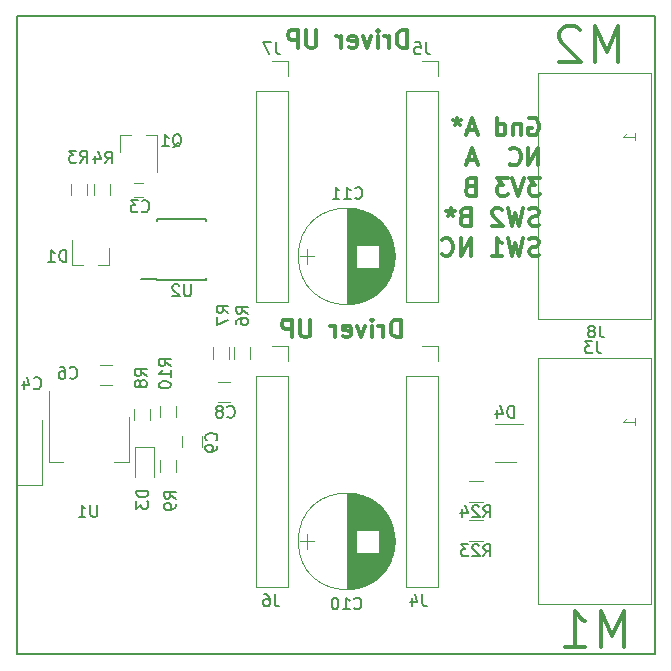
<source format=gbr>
G04 #@! TF.FileFunction,Legend,Bot*
%FSLAX46Y46*%
G04 Gerber Fmt 4.6, Leading zero omitted, Abs format (unit mm)*
G04 Created by KiCad (PCBNEW 4.0.7) date Mon Jan 29 08:29:15 2018*
%MOMM*%
%LPD*%
G01*
G04 APERTURE LIST*
%ADD10C,0.100000*%
%ADD11C,0.300000*%
%ADD12C,0.150000*%
%ADD13C,0.120000*%
G04 APERTURE END LIST*
D10*
D11*
X70499999Y-57178571D02*
X70499999Y-55678571D01*
X70142856Y-55678571D01*
X69928571Y-55750000D01*
X69785713Y-55892857D01*
X69714285Y-56035714D01*
X69642856Y-56321429D01*
X69642856Y-56535714D01*
X69714285Y-56821429D01*
X69785713Y-56964286D01*
X69928571Y-57107143D01*
X70142856Y-57178571D01*
X70499999Y-57178571D01*
X68999999Y-57178571D02*
X68999999Y-56178571D01*
X68999999Y-56464286D02*
X68928571Y-56321429D01*
X68857142Y-56250000D01*
X68714285Y-56178571D01*
X68571428Y-56178571D01*
X68071428Y-57178571D02*
X68071428Y-56178571D01*
X68071428Y-55678571D02*
X68142857Y-55750000D01*
X68071428Y-55821429D01*
X68000000Y-55750000D01*
X68071428Y-55678571D01*
X68071428Y-55821429D01*
X67499999Y-56178571D02*
X67142856Y-57178571D01*
X66785714Y-56178571D01*
X65642857Y-57107143D02*
X65785714Y-57178571D01*
X66071428Y-57178571D01*
X66214285Y-57107143D01*
X66285714Y-56964286D01*
X66285714Y-56392857D01*
X66214285Y-56250000D01*
X66071428Y-56178571D01*
X65785714Y-56178571D01*
X65642857Y-56250000D01*
X65571428Y-56392857D01*
X65571428Y-56535714D01*
X66285714Y-56678571D01*
X64928571Y-57178571D02*
X64928571Y-56178571D01*
X64928571Y-56464286D02*
X64857143Y-56321429D01*
X64785714Y-56250000D01*
X64642857Y-56178571D01*
X64500000Y-56178571D01*
X62857143Y-55678571D02*
X62857143Y-56892857D01*
X62785715Y-57035714D01*
X62714286Y-57107143D01*
X62571429Y-57178571D01*
X62285715Y-57178571D01*
X62142857Y-57107143D01*
X62071429Y-57035714D01*
X62000000Y-56892857D01*
X62000000Y-55678571D01*
X61285714Y-57178571D02*
X61285714Y-55678571D01*
X60714286Y-55678571D01*
X60571428Y-55750000D01*
X60500000Y-55821429D01*
X60428571Y-55964286D01*
X60428571Y-56178571D01*
X60500000Y-56321429D01*
X60571428Y-56392857D01*
X60714286Y-56464286D01*
X61285714Y-56464286D01*
X70999999Y-32678571D02*
X70999999Y-31178571D01*
X70642856Y-31178571D01*
X70428571Y-31250000D01*
X70285713Y-31392857D01*
X70214285Y-31535714D01*
X70142856Y-31821429D01*
X70142856Y-32035714D01*
X70214285Y-32321429D01*
X70285713Y-32464286D01*
X70428571Y-32607143D01*
X70642856Y-32678571D01*
X70999999Y-32678571D01*
X69499999Y-32678571D02*
X69499999Y-31678571D01*
X69499999Y-31964286D02*
X69428571Y-31821429D01*
X69357142Y-31750000D01*
X69214285Y-31678571D01*
X69071428Y-31678571D01*
X68571428Y-32678571D02*
X68571428Y-31678571D01*
X68571428Y-31178571D02*
X68642857Y-31250000D01*
X68571428Y-31321429D01*
X68500000Y-31250000D01*
X68571428Y-31178571D01*
X68571428Y-31321429D01*
X67999999Y-31678571D02*
X67642856Y-32678571D01*
X67285714Y-31678571D01*
X66142857Y-32607143D02*
X66285714Y-32678571D01*
X66571428Y-32678571D01*
X66714285Y-32607143D01*
X66785714Y-32464286D01*
X66785714Y-31892857D01*
X66714285Y-31750000D01*
X66571428Y-31678571D01*
X66285714Y-31678571D01*
X66142857Y-31750000D01*
X66071428Y-31892857D01*
X66071428Y-32035714D01*
X66785714Y-32178571D01*
X65428571Y-32678571D02*
X65428571Y-31678571D01*
X65428571Y-31964286D02*
X65357143Y-31821429D01*
X65285714Y-31750000D01*
X65142857Y-31678571D01*
X65000000Y-31678571D01*
X63357143Y-31178571D02*
X63357143Y-32392857D01*
X63285715Y-32535714D01*
X63214286Y-32607143D01*
X63071429Y-32678571D01*
X62785715Y-32678571D01*
X62642857Y-32607143D01*
X62571429Y-32535714D01*
X62500000Y-32392857D01*
X62500000Y-31178571D01*
X61785714Y-32678571D02*
X61785714Y-31178571D01*
X61214286Y-31178571D01*
X61071428Y-31250000D01*
X61000000Y-31321429D01*
X60928571Y-31464286D01*
X60928571Y-31678571D01*
X61000000Y-31821429D01*
X61071428Y-31892857D01*
X61214286Y-31964286D01*
X61785714Y-31964286D01*
X81357143Y-38650000D02*
X81500000Y-38578571D01*
X81714286Y-38578571D01*
X81928571Y-38650000D01*
X82071429Y-38792857D01*
X82142857Y-38935714D01*
X82214286Y-39221429D01*
X82214286Y-39435714D01*
X82142857Y-39721429D01*
X82071429Y-39864286D01*
X81928571Y-40007143D01*
X81714286Y-40078571D01*
X81571429Y-40078571D01*
X81357143Y-40007143D01*
X81285714Y-39935714D01*
X81285714Y-39435714D01*
X81571429Y-39435714D01*
X80642857Y-39078571D02*
X80642857Y-40078571D01*
X80642857Y-39221429D02*
X80571429Y-39150000D01*
X80428571Y-39078571D01*
X80214286Y-39078571D01*
X80071429Y-39150000D01*
X80000000Y-39292857D01*
X80000000Y-40078571D01*
X78642857Y-40078571D02*
X78642857Y-38578571D01*
X78642857Y-40007143D02*
X78785714Y-40078571D01*
X79071428Y-40078571D01*
X79214286Y-40007143D01*
X79285714Y-39935714D01*
X79357143Y-39792857D01*
X79357143Y-39364286D01*
X79285714Y-39221429D01*
X79214286Y-39150000D01*
X79071428Y-39078571D01*
X78785714Y-39078571D01*
X78642857Y-39150000D01*
X76857143Y-39650000D02*
X76142857Y-39650000D01*
X77000000Y-40078571D02*
X76500000Y-38578571D01*
X76000000Y-40078571D01*
X75285714Y-38578571D02*
X75285714Y-38935714D01*
X75642857Y-38792857D02*
X75285714Y-38935714D01*
X74928572Y-38792857D01*
X75500000Y-39221429D02*
X75285714Y-38935714D01*
X75071429Y-39221429D01*
X82142857Y-42628571D02*
X82142857Y-41128571D01*
X81285714Y-42628571D01*
X81285714Y-41128571D01*
X79714285Y-42485714D02*
X79785714Y-42557143D01*
X80000000Y-42628571D01*
X80142857Y-42628571D01*
X80357142Y-42557143D01*
X80500000Y-42414286D01*
X80571428Y-42271429D01*
X80642857Y-41985714D01*
X80642857Y-41771429D01*
X80571428Y-41485714D01*
X80500000Y-41342857D01*
X80357142Y-41200000D01*
X80142857Y-41128571D01*
X80000000Y-41128571D01*
X79785714Y-41200000D01*
X79714285Y-41271429D01*
X76857143Y-42200000D02*
X76142857Y-42200000D01*
X77000000Y-42628571D02*
X76500000Y-41128571D01*
X76000000Y-42628571D01*
X82285714Y-43678571D02*
X81357143Y-43678571D01*
X81857143Y-44250000D01*
X81642857Y-44250000D01*
X81500000Y-44321429D01*
X81428571Y-44392857D01*
X81357143Y-44535714D01*
X81357143Y-44892857D01*
X81428571Y-45035714D01*
X81500000Y-45107143D01*
X81642857Y-45178571D01*
X82071429Y-45178571D01*
X82214286Y-45107143D01*
X82285714Y-45035714D01*
X80928572Y-43678571D02*
X80428572Y-45178571D01*
X79928572Y-43678571D01*
X79571429Y-43678571D02*
X78642858Y-43678571D01*
X79142858Y-44250000D01*
X78928572Y-44250000D01*
X78785715Y-44321429D01*
X78714286Y-44392857D01*
X78642858Y-44535714D01*
X78642858Y-44892857D01*
X78714286Y-45035714D01*
X78785715Y-45107143D01*
X78928572Y-45178571D01*
X79357144Y-45178571D01*
X79500001Y-45107143D01*
X79571429Y-45035714D01*
X76357144Y-44392857D02*
X76142858Y-44464286D01*
X76071430Y-44535714D01*
X76000001Y-44678571D01*
X76000001Y-44892857D01*
X76071430Y-45035714D01*
X76142858Y-45107143D01*
X76285716Y-45178571D01*
X76857144Y-45178571D01*
X76857144Y-43678571D01*
X76357144Y-43678571D01*
X76214287Y-43750000D01*
X76142858Y-43821429D01*
X76071430Y-43964286D01*
X76071430Y-44107143D01*
X76142858Y-44250000D01*
X76214287Y-44321429D01*
X76357144Y-44392857D01*
X76857144Y-44392857D01*
X82214286Y-47657143D02*
X82000000Y-47728571D01*
X81642857Y-47728571D01*
X81500000Y-47657143D01*
X81428571Y-47585714D01*
X81357143Y-47442857D01*
X81357143Y-47300000D01*
X81428571Y-47157143D01*
X81500000Y-47085714D01*
X81642857Y-47014286D01*
X81928571Y-46942857D01*
X82071429Y-46871429D01*
X82142857Y-46800000D01*
X82214286Y-46657143D01*
X82214286Y-46514286D01*
X82142857Y-46371429D01*
X82071429Y-46300000D01*
X81928571Y-46228571D01*
X81571429Y-46228571D01*
X81357143Y-46300000D01*
X80857143Y-46228571D02*
X80500000Y-47728571D01*
X80214286Y-46657143D01*
X79928572Y-47728571D01*
X79571429Y-46228571D01*
X79071429Y-46371429D02*
X79000000Y-46300000D01*
X78857143Y-46228571D01*
X78500000Y-46228571D01*
X78357143Y-46300000D01*
X78285714Y-46371429D01*
X78214286Y-46514286D01*
X78214286Y-46657143D01*
X78285714Y-46871429D01*
X79142857Y-47728571D01*
X78214286Y-47728571D01*
X75928572Y-46942857D02*
X75714286Y-47014286D01*
X75642858Y-47085714D01*
X75571429Y-47228571D01*
X75571429Y-47442857D01*
X75642858Y-47585714D01*
X75714286Y-47657143D01*
X75857144Y-47728571D01*
X76428572Y-47728571D01*
X76428572Y-46228571D01*
X75928572Y-46228571D01*
X75785715Y-46300000D01*
X75714286Y-46371429D01*
X75642858Y-46514286D01*
X75642858Y-46657143D01*
X75714286Y-46800000D01*
X75785715Y-46871429D01*
X75928572Y-46942857D01*
X76428572Y-46942857D01*
X74714286Y-46228571D02*
X74714286Y-46585714D01*
X75071429Y-46442857D02*
X74714286Y-46585714D01*
X74357144Y-46442857D01*
X74928572Y-46871429D02*
X74714286Y-46585714D01*
X74500001Y-46871429D01*
X82214286Y-50207143D02*
X82000000Y-50278571D01*
X81642857Y-50278571D01*
X81500000Y-50207143D01*
X81428571Y-50135714D01*
X81357143Y-49992857D01*
X81357143Y-49850000D01*
X81428571Y-49707143D01*
X81500000Y-49635714D01*
X81642857Y-49564286D01*
X81928571Y-49492857D01*
X82071429Y-49421429D01*
X82142857Y-49350000D01*
X82214286Y-49207143D01*
X82214286Y-49064286D01*
X82142857Y-48921429D01*
X82071429Y-48850000D01*
X81928571Y-48778571D01*
X81571429Y-48778571D01*
X81357143Y-48850000D01*
X80857143Y-48778571D02*
X80500000Y-50278571D01*
X80214286Y-49207143D01*
X79928572Y-50278571D01*
X79571429Y-48778571D01*
X78214286Y-50278571D02*
X79071429Y-50278571D01*
X78642857Y-50278571D02*
X78642857Y-48778571D01*
X78785714Y-48992857D01*
X78928572Y-49135714D01*
X79071429Y-49207143D01*
X76428572Y-50278571D02*
X76428572Y-48778571D01*
X75571429Y-50278571D01*
X75571429Y-48778571D01*
X74000000Y-50135714D02*
X74071429Y-50207143D01*
X74285715Y-50278571D01*
X74428572Y-50278571D01*
X74642857Y-50207143D01*
X74785715Y-50064286D01*
X74857143Y-49921429D01*
X74928572Y-49635714D01*
X74928572Y-49421429D01*
X74857143Y-49135714D01*
X74785715Y-48992857D01*
X74642857Y-48850000D01*
X74428572Y-48778571D01*
X74285715Y-48778571D01*
X74071429Y-48850000D01*
X74000000Y-48921429D01*
X89428571Y-83357143D02*
X89428571Y-80357143D01*
X88428571Y-82500000D01*
X87428571Y-80357143D01*
X87428571Y-83357143D01*
X84428572Y-83357143D02*
X86142857Y-83357143D01*
X85285715Y-83357143D02*
X85285715Y-80357143D01*
X85571429Y-80785714D01*
X85857143Y-81071429D01*
X86142857Y-81214286D01*
X88928571Y-33857143D02*
X88928571Y-30857143D01*
X87928571Y-33000000D01*
X86928571Y-30857143D01*
X86928571Y-33857143D01*
X85642857Y-31142857D02*
X85500000Y-31000000D01*
X85214286Y-30857143D01*
X84500000Y-30857143D01*
X84214286Y-31000000D01*
X84071429Y-31142857D01*
X83928572Y-31428571D01*
X83928572Y-31714286D01*
X84071429Y-32142857D01*
X85785715Y-33857143D01*
X83928572Y-33857143D01*
D12*
X92000000Y-84000000D02*
X92000000Y-82000000D01*
X38000000Y-84000000D02*
X92000000Y-84000000D01*
X38000000Y-82000000D02*
X38000000Y-84000000D01*
X92000000Y-30000000D02*
X92000000Y-82000000D01*
X82000000Y-30000000D02*
X92000000Y-30000000D01*
X38000000Y-82000000D02*
X38000000Y-30000000D01*
X38000000Y-30000000D02*
X82000000Y-30000000D01*
D13*
X82095000Y-34830000D02*
X82095000Y-55650000D01*
X82095000Y-55650000D02*
X91695000Y-55650000D01*
X91695000Y-55650000D02*
X91695000Y-34830000D01*
X91695000Y-34830000D02*
X82095000Y-34830000D01*
X82095000Y-58960000D02*
X82095000Y-79780000D01*
X82095000Y-79780000D02*
X91695000Y-79780000D01*
X91695000Y-79780000D02*
X91695000Y-58960000D01*
X91695000Y-58960000D02*
X82095000Y-58960000D01*
X47506000Y-67724000D02*
X46246000Y-67724000D01*
X40686000Y-67724000D02*
X41946000Y-67724000D01*
X47506000Y-63964000D02*
X47506000Y-67724000D01*
X40686000Y-61714000D02*
X40686000Y-67724000D01*
X47937000Y-45332000D02*
X48637000Y-45332000D01*
X48637000Y-44132000D02*
X47937000Y-44132000D01*
X56026000Y-62663500D02*
X55026000Y-62663500D01*
X55026000Y-60963500D02*
X56026000Y-60963500D01*
X52009000Y-66504500D02*
X52009000Y-65504500D01*
X53709000Y-65504500D02*
X53709000Y-66504500D01*
X70002000Y-74450000D02*
G75*
G03X70002000Y-74450000I-4090000J0D01*
G01*
X65912000Y-78500000D02*
X65912000Y-70400000D01*
X65952000Y-78500000D02*
X65952000Y-70400000D01*
X65992000Y-78500000D02*
X65992000Y-70400000D01*
X66032000Y-78499000D02*
X66032000Y-70401000D01*
X66072000Y-78497000D02*
X66072000Y-70403000D01*
X66112000Y-78496000D02*
X66112000Y-70404000D01*
X66152000Y-78493000D02*
X66152000Y-70407000D01*
X66192000Y-78491000D02*
X66192000Y-70409000D01*
X66232000Y-78488000D02*
X66232000Y-70412000D01*
X66272000Y-78485000D02*
X66272000Y-70415000D01*
X66312000Y-78481000D02*
X66312000Y-70419000D01*
X66352000Y-78477000D02*
X66352000Y-70423000D01*
X66392000Y-78472000D02*
X66392000Y-70428000D01*
X66432000Y-78467000D02*
X66432000Y-70433000D01*
X66472000Y-78462000D02*
X66472000Y-70438000D01*
X66512000Y-78456000D02*
X66512000Y-70444000D01*
X66552000Y-78450000D02*
X66552000Y-70450000D01*
X66592000Y-78444000D02*
X66592000Y-70456000D01*
X66633000Y-78437000D02*
X66633000Y-70463000D01*
X66673000Y-78429000D02*
X66673000Y-70471000D01*
X66713000Y-78421000D02*
X66713000Y-75430000D01*
X66713000Y-73470000D02*
X66713000Y-70479000D01*
X66753000Y-78413000D02*
X66753000Y-75430000D01*
X66753000Y-73470000D02*
X66753000Y-70487000D01*
X66793000Y-78405000D02*
X66793000Y-75430000D01*
X66793000Y-73470000D02*
X66793000Y-70495000D01*
X66833000Y-78396000D02*
X66833000Y-75430000D01*
X66833000Y-73470000D02*
X66833000Y-70504000D01*
X66873000Y-78386000D02*
X66873000Y-75430000D01*
X66873000Y-73470000D02*
X66873000Y-70514000D01*
X66913000Y-78376000D02*
X66913000Y-75430000D01*
X66913000Y-73470000D02*
X66913000Y-70524000D01*
X66953000Y-78366000D02*
X66953000Y-75430000D01*
X66953000Y-73470000D02*
X66953000Y-70534000D01*
X66993000Y-78355000D02*
X66993000Y-75430000D01*
X66993000Y-73470000D02*
X66993000Y-70545000D01*
X67033000Y-78344000D02*
X67033000Y-75430000D01*
X67033000Y-73470000D02*
X67033000Y-70556000D01*
X67073000Y-78333000D02*
X67073000Y-75430000D01*
X67073000Y-73470000D02*
X67073000Y-70567000D01*
X67113000Y-78320000D02*
X67113000Y-75430000D01*
X67113000Y-73470000D02*
X67113000Y-70580000D01*
X67153000Y-78308000D02*
X67153000Y-75430000D01*
X67153000Y-73470000D02*
X67153000Y-70592000D01*
X67193000Y-78295000D02*
X67193000Y-75430000D01*
X67193000Y-73470000D02*
X67193000Y-70605000D01*
X67233000Y-78282000D02*
X67233000Y-75430000D01*
X67233000Y-73470000D02*
X67233000Y-70618000D01*
X67273000Y-78268000D02*
X67273000Y-75430000D01*
X67273000Y-73470000D02*
X67273000Y-70632000D01*
X67313000Y-78253000D02*
X67313000Y-75430000D01*
X67313000Y-73470000D02*
X67313000Y-70647000D01*
X67353000Y-78239000D02*
X67353000Y-75430000D01*
X67353000Y-73470000D02*
X67353000Y-70661000D01*
X67393000Y-78223000D02*
X67393000Y-75430000D01*
X67393000Y-73470000D02*
X67393000Y-70677000D01*
X67433000Y-78208000D02*
X67433000Y-75430000D01*
X67433000Y-73470000D02*
X67433000Y-70692000D01*
X67473000Y-78191000D02*
X67473000Y-75430000D01*
X67473000Y-73470000D02*
X67473000Y-70709000D01*
X67513000Y-78175000D02*
X67513000Y-75430000D01*
X67513000Y-73470000D02*
X67513000Y-70725000D01*
X67553000Y-78157000D02*
X67553000Y-75430000D01*
X67553000Y-73470000D02*
X67553000Y-70743000D01*
X67593000Y-78140000D02*
X67593000Y-75430000D01*
X67593000Y-73470000D02*
X67593000Y-70760000D01*
X67633000Y-78121000D02*
X67633000Y-75430000D01*
X67633000Y-73470000D02*
X67633000Y-70779000D01*
X67673000Y-78102000D02*
X67673000Y-75430000D01*
X67673000Y-73470000D02*
X67673000Y-70798000D01*
X67713000Y-78083000D02*
X67713000Y-75430000D01*
X67713000Y-73470000D02*
X67713000Y-70817000D01*
X67753000Y-78063000D02*
X67753000Y-75430000D01*
X67753000Y-73470000D02*
X67753000Y-70837000D01*
X67793000Y-78043000D02*
X67793000Y-75430000D01*
X67793000Y-73470000D02*
X67793000Y-70857000D01*
X67833000Y-78022000D02*
X67833000Y-75430000D01*
X67833000Y-73470000D02*
X67833000Y-70878000D01*
X67873000Y-78000000D02*
X67873000Y-75430000D01*
X67873000Y-73470000D02*
X67873000Y-70900000D01*
X67913000Y-77978000D02*
X67913000Y-75430000D01*
X67913000Y-73470000D02*
X67913000Y-70922000D01*
X67953000Y-77955000D02*
X67953000Y-75430000D01*
X67953000Y-73470000D02*
X67953000Y-70945000D01*
X67993000Y-77932000D02*
X67993000Y-75430000D01*
X67993000Y-73470000D02*
X67993000Y-70968000D01*
X68033000Y-77908000D02*
X68033000Y-75430000D01*
X68033000Y-73470000D02*
X68033000Y-70992000D01*
X68073000Y-77884000D02*
X68073000Y-75430000D01*
X68073000Y-73470000D02*
X68073000Y-71016000D01*
X68113000Y-77858000D02*
X68113000Y-75430000D01*
X68113000Y-73470000D02*
X68113000Y-71042000D01*
X68153000Y-77833000D02*
X68153000Y-75430000D01*
X68153000Y-73470000D02*
X68153000Y-71067000D01*
X68193000Y-77806000D02*
X68193000Y-75430000D01*
X68193000Y-73470000D02*
X68193000Y-71094000D01*
X68233000Y-77779000D02*
X68233000Y-75430000D01*
X68233000Y-73470000D02*
X68233000Y-71121000D01*
X68273000Y-77751000D02*
X68273000Y-75430000D01*
X68273000Y-73470000D02*
X68273000Y-71149000D01*
X68313000Y-77722000D02*
X68313000Y-75430000D01*
X68313000Y-73470000D02*
X68313000Y-71178000D01*
X68353000Y-77693000D02*
X68353000Y-75430000D01*
X68353000Y-73470000D02*
X68353000Y-71207000D01*
X68393000Y-77663000D02*
X68393000Y-75430000D01*
X68393000Y-73470000D02*
X68393000Y-71237000D01*
X68433000Y-77632000D02*
X68433000Y-75430000D01*
X68433000Y-73470000D02*
X68433000Y-71268000D01*
X68473000Y-77600000D02*
X68473000Y-75430000D01*
X68473000Y-73470000D02*
X68473000Y-71300000D01*
X68513000Y-77568000D02*
X68513000Y-75430000D01*
X68513000Y-73470000D02*
X68513000Y-71332000D01*
X68553000Y-77534000D02*
X68553000Y-75430000D01*
X68553000Y-73470000D02*
X68553000Y-71366000D01*
X68593000Y-77500000D02*
X68593000Y-75430000D01*
X68593000Y-73470000D02*
X68593000Y-71400000D01*
X68633000Y-77465000D02*
X68633000Y-75430000D01*
X68633000Y-73470000D02*
X68633000Y-71435000D01*
X68673000Y-77429000D02*
X68673000Y-71471000D01*
X68713000Y-77392000D02*
X68713000Y-71508000D01*
X68753000Y-77354000D02*
X68753000Y-71546000D01*
X68793000Y-77315000D02*
X68793000Y-71585000D01*
X68833000Y-77274000D02*
X68833000Y-71626000D01*
X68873000Y-77233000D02*
X68873000Y-71667000D01*
X68913000Y-77190000D02*
X68913000Y-71710000D01*
X68953000Y-77147000D02*
X68953000Y-71753000D01*
X68993000Y-77102000D02*
X68993000Y-71798000D01*
X69033000Y-77055000D02*
X69033000Y-71845000D01*
X69073000Y-77007000D02*
X69073000Y-71893000D01*
X69113000Y-76958000D02*
X69113000Y-71942000D01*
X69153000Y-76907000D02*
X69153000Y-71993000D01*
X69193000Y-76854000D02*
X69193000Y-72046000D01*
X69233000Y-76799000D02*
X69233000Y-72101000D01*
X69273000Y-76743000D02*
X69273000Y-72157000D01*
X69313000Y-76684000D02*
X69313000Y-72216000D01*
X69353000Y-76623000D02*
X69353000Y-72277000D01*
X69393000Y-76559000D02*
X69393000Y-72341000D01*
X69433000Y-76493000D02*
X69433000Y-72407000D01*
X69473000Y-76424000D02*
X69473000Y-72476000D01*
X69513000Y-76352000D02*
X69513000Y-72548000D01*
X69553000Y-76276000D02*
X69553000Y-72624000D01*
X69593000Y-76195000D02*
X69593000Y-72705000D01*
X69633000Y-76110000D02*
X69633000Y-72790000D01*
X69673000Y-76020000D02*
X69673000Y-72880000D01*
X69713000Y-75923000D02*
X69713000Y-72977000D01*
X69753000Y-75819000D02*
X69753000Y-73081000D01*
X69793000Y-75704000D02*
X69793000Y-73196000D01*
X69833000Y-75577000D02*
X69833000Y-73323000D01*
X69873000Y-75433000D02*
X69873000Y-73467000D01*
X69913000Y-75264000D02*
X69913000Y-73636000D01*
X69953000Y-75048000D02*
X69953000Y-73852000D01*
X69993000Y-74696000D02*
X69993000Y-74204000D01*
X61962000Y-74450000D02*
X63162000Y-74450000D01*
X62562000Y-75100000D02*
X62562000Y-73800000D01*
X70002000Y-50320000D02*
G75*
G03X70002000Y-50320000I-4090000J0D01*
G01*
X65912000Y-54370000D02*
X65912000Y-46270000D01*
X65952000Y-54370000D02*
X65952000Y-46270000D01*
X65992000Y-54370000D02*
X65992000Y-46270000D01*
X66032000Y-54369000D02*
X66032000Y-46271000D01*
X66072000Y-54367000D02*
X66072000Y-46273000D01*
X66112000Y-54366000D02*
X66112000Y-46274000D01*
X66152000Y-54363000D02*
X66152000Y-46277000D01*
X66192000Y-54361000D02*
X66192000Y-46279000D01*
X66232000Y-54358000D02*
X66232000Y-46282000D01*
X66272000Y-54355000D02*
X66272000Y-46285000D01*
X66312000Y-54351000D02*
X66312000Y-46289000D01*
X66352000Y-54347000D02*
X66352000Y-46293000D01*
X66392000Y-54342000D02*
X66392000Y-46298000D01*
X66432000Y-54337000D02*
X66432000Y-46303000D01*
X66472000Y-54332000D02*
X66472000Y-46308000D01*
X66512000Y-54326000D02*
X66512000Y-46314000D01*
X66552000Y-54320000D02*
X66552000Y-46320000D01*
X66592000Y-54314000D02*
X66592000Y-46326000D01*
X66633000Y-54307000D02*
X66633000Y-46333000D01*
X66673000Y-54299000D02*
X66673000Y-46341000D01*
X66713000Y-54291000D02*
X66713000Y-51300000D01*
X66713000Y-49340000D02*
X66713000Y-46349000D01*
X66753000Y-54283000D02*
X66753000Y-51300000D01*
X66753000Y-49340000D02*
X66753000Y-46357000D01*
X66793000Y-54275000D02*
X66793000Y-51300000D01*
X66793000Y-49340000D02*
X66793000Y-46365000D01*
X66833000Y-54266000D02*
X66833000Y-51300000D01*
X66833000Y-49340000D02*
X66833000Y-46374000D01*
X66873000Y-54256000D02*
X66873000Y-51300000D01*
X66873000Y-49340000D02*
X66873000Y-46384000D01*
X66913000Y-54246000D02*
X66913000Y-51300000D01*
X66913000Y-49340000D02*
X66913000Y-46394000D01*
X66953000Y-54236000D02*
X66953000Y-51300000D01*
X66953000Y-49340000D02*
X66953000Y-46404000D01*
X66993000Y-54225000D02*
X66993000Y-51300000D01*
X66993000Y-49340000D02*
X66993000Y-46415000D01*
X67033000Y-54214000D02*
X67033000Y-51300000D01*
X67033000Y-49340000D02*
X67033000Y-46426000D01*
X67073000Y-54203000D02*
X67073000Y-51300000D01*
X67073000Y-49340000D02*
X67073000Y-46437000D01*
X67113000Y-54190000D02*
X67113000Y-51300000D01*
X67113000Y-49340000D02*
X67113000Y-46450000D01*
X67153000Y-54178000D02*
X67153000Y-51300000D01*
X67153000Y-49340000D02*
X67153000Y-46462000D01*
X67193000Y-54165000D02*
X67193000Y-51300000D01*
X67193000Y-49340000D02*
X67193000Y-46475000D01*
X67233000Y-54152000D02*
X67233000Y-51300000D01*
X67233000Y-49340000D02*
X67233000Y-46488000D01*
X67273000Y-54138000D02*
X67273000Y-51300000D01*
X67273000Y-49340000D02*
X67273000Y-46502000D01*
X67313000Y-54123000D02*
X67313000Y-51300000D01*
X67313000Y-49340000D02*
X67313000Y-46517000D01*
X67353000Y-54109000D02*
X67353000Y-51300000D01*
X67353000Y-49340000D02*
X67353000Y-46531000D01*
X67393000Y-54093000D02*
X67393000Y-51300000D01*
X67393000Y-49340000D02*
X67393000Y-46547000D01*
X67433000Y-54078000D02*
X67433000Y-51300000D01*
X67433000Y-49340000D02*
X67433000Y-46562000D01*
X67473000Y-54061000D02*
X67473000Y-51300000D01*
X67473000Y-49340000D02*
X67473000Y-46579000D01*
X67513000Y-54045000D02*
X67513000Y-51300000D01*
X67513000Y-49340000D02*
X67513000Y-46595000D01*
X67553000Y-54027000D02*
X67553000Y-51300000D01*
X67553000Y-49340000D02*
X67553000Y-46613000D01*
X67593000Y-54010000D02*
X67593000Y-51300000D01*
X67593000Y-49340000D02*
X67593000Y-46630000D01*
X67633000Y-53991000D02*
X67633000Y-51300000D01*
X67633000Y-49340000D02*
X67633000Y-46649000D01*
X67673000Y-53972000D02*
X67673000Y-51300000D01*
X67673000Y-49340000D02*
X67673000Y-46668000D01*
X67713000Y-53953000D02*
X67713000Y-51300000D01*
X67713000Y-49340000D02*
X67713000Y-46687000D01*
X67753000Y-53933000D02*
X67753000Y-51300000D01*
X67753000Y-49340000D02*
X67753000Y-46707000D01*
X67793000Y-53913000D02*
X67793000Y-51300000D01*
X67793000Y-49340000D02*
X67793000Y-46727000D01*
X67833000Y-53892000D02*
X67833000Y-51300000D01*
X67833000Y-49340000D02*
X67833000Y-46748000D01*
X67873000Y-53870000D02*
X67873000Y-51300000D01*
X67873000Y-49340000D02*
X67873000Y-46770000D01*
X67913000Y-53848000D02*
X67913000Y-51300000D01*
X67913000Y-49340000D02*
X67913000Y-46792000D01*
X67953000Y-53825000D02*
X67953000Y-51300000D01*
X67953000Y-49340000D02*
X67953000Y-46815000D01*
X67993000Y-53802000D02*
X67993000Y-51300000D01*
X67993000Y-49340000D02*
X67993000Y-46838000D01*
X68033000Y-53778000D02*
X68033000Y-51300000D01*
X68033000Y-49340000D02*
X68033000Y-46862000D01*
X68073000Y-53754000D02*
X68073000Y-51300000D01*
X68073000Y-49340000D02*
X68073000Y-46886000D01*
X68113000Y-53728000D02*
X68113000Y-51300000D01*
X68113000Y-49340000D02*
X68113000Y-46912000D01*
X68153000Y-53703000D02*
X68153000Y-51300000D01*
X68153000Y-49340000D02*
X68153000Y-46937000D01*
X68193000Y-53676000D02*
X68193000Y-51300000D01*
X68193000Y-49340000D02*
X68193000Y-46964000D01*
X68233000Y-53649000D02*
X68233000Y-51300000D01*
X68233000Y-49340000D02*
X68233000Y-46991000D01*
X68273000Y-53621000D02*
X68273000Y-51300000D01*
X68273000Y-49340000D02*
X68273000Y-47019000D01*
X68313000Y-53592000D02*
X68313000Y-51300000D01*
X68313000Y-49340000D02*
X68313000Y-47048000D01*
X68353000Y-53563000D02*
X68353000Y-51300000D01*
X68353000Y-49340000D02*
X68353000Y-47077000D01*
X68393000Y-53533000D02*
X68393000Y-51300000D01*
X68393000Y-49340000D02*
X68393000Y-47107000D01*
X68433000Y-53502000D02*
X68433000Y-51300000D01*
X68433000Y-49340000D02*
X68433000Y-47138000D01*
X68473000Y-53470000D02*
X68473000Y-51300000D01*
X68473000Y-49340000D02*
X68473000Y-47170000D01*
X68513000Y-53438000D02*
X68513000Y-51300000D01*
X68513000Y-49340000D02*
X68513000Y-47202000D01*
X68553000Y-53404000D02*
X68553000Y-51300000D01*
X68553000Y-49340000D02*
X68553000Y-47236000D01*
X68593000Y-53370000D02*
X68593000Y-51300000D01*
X68593000Y-49340000D02*
X68593000Y-47270000D01*
X68633000Y-53335000D02*
X68633000Y-51300000D01*
X68633000Y-49340000D02*
X68633000Y-47305000D01*
X68673000Y-53299000D02*
X68673000Y-47341000D01*
X68713000Y-53262000D02*
X68713000Y-47378000D01*
X68753000Y-53224000D02*
X68753000Y-47416000D01*
X68793000Y-53185000D02*
X68793000Y-47455000D01*
X68833000Y-53144000D02*
X68833000Y-47496000D01*
X68873000Y-53103000D02*
X68873000Y-47537000D01*
X68913000Y-53060000D02*
X68913000Y-47580000D01*
X68953000Y-53017000D02*
X68953000Y-47623000D01*
X68993000Y-52972000D02*
X68993000Y-47668000D01*
X69033000Y-52925000D02*
X69033000Y-47715000D01*
X69073000Y-52877000D02*
X69073000Y-47763000D01*
X69113000Y-52828000D02*
X69113000Y-47812000D01*
X69153000Y-52777000D02*
X69153000Y-47863000D01*
X69193000Y-52724000D02*
X69193000Y-47916000D01*
X69233000Y-52669000D02*
X69233000Y-47971000D01*
X69273000Y-52613000D02*
X69273000Y-48027000D01*
X69313000Y-52554000D02*
X69313000Y-48086000D01*
X69353000Y-52493000D02*
X69353000Y-48147000D01*
X69393000Y-52429000D02*
X69393000Y-48211000D01*
X69433000Y-52363000D02*
X69433000Y-48277000D01*
X69473000Y-52294000D02*
X69473000Y-48346000D01*
X69513000Y-52222000D02*
X69513000Y-48418000D01*
X69553000Y-52146000D02*
X69553000Y-48494000D01*
X69593000Y-52065000D02*
X69593000Y-48575000D01*
X69633000Y-51980000D02*
X69633000Y-48660000D01*
X69673000Y-51890000D02*
X69673000Y-48750000D01*
X69713000Y-51793000D02*
X69713000Y-48847000D01*
X69753000Y-51689000D02*
X69753000Y-48951000D01*
X69793000Y-51574000D02*
X69793000Y-49066000D01*
X69833000Y-51447000D02*
X69833000Y-49193000D01*
X69873000Y-51303000D02*
X69873000Y-49337000D01*
X69913000Y-51134000D02*
X69913000Y-49506000D01*
X69953000Y-50918000D02*
X69953000Y-49722000D01*
X69993000Y-50566000D02*
X69993000Y-50074000D01*
X61962000Y-50320000D02*
X63162000Y-50320000D01*
X62562000Y-50970000D02*
X62562000Y-49670000D01*
X45803000Y-51080000D02*
X44873000Y-51080000D01*
X42643000Y-51080000D02*
X43573000Y-51080000D01*
X42643000Y-51080000D02*
X42643000Y-48920000D01*
X45803000Y-51080000D02*
X45803000Y-49620000D01*
X47995000Y-66436500D02*
X49595000Y-66436500D01*
X49595000Y-66436500D02*
X49595000Y-69036500D01*
X47995000Y-66436500D02*
X47995000Y-69036500D01*
X80238500Y-67741500D02*
X78438500Y-67741500D01*
X78438500Y-64521500D02*
X80888500Y-64521500D01*
X73620000Y-78320000D02*
X70960000Y-78320000D01*
X73620000Y-60480000D02*
X73620000Y-78320000D01*
X70960000Y-60480000D02*
X70960000Y-78320000D01*
X73620000Y-60480000D02*
X70960000Y-60480000D01*
X73620000Y-59210000D02*
X73620000Y-57880000D01*
X73620000Y-57880000D02*
X72290000Y-57880000D01*
X73620000Y-54190000D02*
X70960000Y-54190000D01*
X73620000Y-36350000D02*
X73620000Y-54190000D01*
X70960000Y-36350000D02*
X70960000Y-54190000D01*
X73620000Y-36350000D02*
X70960000Y-36350000D01*
X73620000Y-35080000D02*
X73620000Y-33750000D01*
X73620000Y-33750000D02*
X72290000Y-33750000D01*
X60920000Y-78320000D02*
X58260000Y-78320000D01*
X60920000Y-60480000D02*
X60920000Y-78320000D01*
X58260000Y-60480000D02*
X58260000Y-78320000D01*
X60920000Y-60480000D02*
X58260000Y-60480000D01*
X60920000Y-59210000D02*
X60920000Y-57880000D01*
X60920000Y-57880000D02*
X59590000Y-57880000D01*
X60920000Y-54190000D02*
X58260000Y-54190000D01*
X60920000Y-36350000D02*
X60920000Y-54190000D01*
X58260000Y-36350000D02*
X58260000Y-54190000D01*
X60920000Y-36350000D02*
X58260000Y-36350000D01*
X60920000Y-35080000D02*
X60920000Y-33750000D01*
X60920000Y-33750000D02*
X59590000Y-33750000D01*
X46707000Y-40035000D02*
X47637000Y-40035000D01*
X49867000Y-40035000D02*
X48937000Y-40035000D01*
X49867000Y-40035000D02*
X49867000Y-43195000D01*
X46707000Y-40035000D02*
X46707000Y-41495000D01*
X56370000Y-58011500D02*
X56370000Y-59011500D01*
X57730000Y-59011500D02*
X57730000Y-58011500D01*
X40129500Y-69714000D02*
X40129500Y-64214000D01*
X38029500Y-69714000D02*
X38029500Y-64214000D01*
X40129500Y-69714000D02*
X38029500Y-69714000D01*
X55952000Y-59011500D02*
X55952000Y-58011500D01*
X54592000Y-58011500D02*
X54592000Y-59011500D01*
X47924500Y-63218500D02*
X47924500Y-64218500D01*
X49284500Y-64218500D02*
X49284500Y-63218500D01*
X50147000Y-67600000D02*
X50147000Y-68600000D01*
X51507000Y-68600000D02*
X51507000Y-67600000D01*
X50147000Y-62964500D02*
X50147000Y-63964500D01*
X51507000Y-63964500D02*
X51507000Y-62964500D01*
X42590500Y-44168500D02*
X42590500Y-45168500D01*
X43950500Y-45168500D02*
X43950500Y-44168500D01*
X44495500Y-44168500D02*
X44495500Y-45168500D01*
X45855500Y-45168500D02*
X45855500Y-44168500D01*
X77462000Y-69379000D02*
X76262000Y-69379000D01*
X76262000Y-71139000D02*
X77462000Y-71139000D01*
D12*
X49895000Y-52323500D02*
X49895000Y-52273500D01*
X54045000Y-52323500D02*
X54045000Y-52178500D01*
X54045000Y-47173500D02*
X54045000Y-47318500D01*
X49895000Y-47173500D02*
X49895000Y-47318500D01*
X49895000Y-52323500D02*
X54045000Y-52323500D01*
X49895000Y-47173500D02*
X54045000Y-47173500D01*
X49895000Y-52273500D02*
X48495000Y-52273500D01*
D13*
X46056500Y-61203000D02*
X45056500Y-61203000D01*
X45056500Y-59503000D02*
X46056500Y-59503000D01*
X77462000Y-72681000D02*
X76262000Y-72681000D01*
X76262000Y-74441000D02*
X77462000Y-74441000D01*
D12*
X87355333Y-56185881D02*
X87355333Y-56900167D01*
X87402953Y-57043024D01*
X87498191Y-57138262D01*
X87641048Y-57185881D01*
X87736286Y-57185881D01*
X86736286Y-56614452D02*
X86831524Y-56566833D01*
X86879143Y-56519214D01*
X86926762Y-56423976D01*
X86926762Y-56376357D01*
X86879143Y-56281119D01*
X86831524Y-56233500D01*
X86736286Y-56185881D01*
X86545809Y-56185881D01*
X86450571Y-56233500D01*
X86402952Y-56281119D01*
X86355333Y-56376357D01*
X86355333Y-56423976D01*
X86402952Y-56519214D01*
X86450571Y-56566833D01*
X86545809Y-56614452D01*
X86736286Y-56614452D01*
X86831524Y-56662071D01*
X86879143Y-56709690D01*
X86926762Y-56804929D01*
X86926762Y-56995405D01*
X86879143Y-57090643D01*
X86831524Y-57138262D01*
X86736286Y-57185881D01*
X86545809Y-57185881D01*
X86450571Y-57138262D01*
X86402952Y-57090643D01*
X86355333Y-56995405D01*
X86355333Y-56804929D01*
X86402952Y-56709690D01*
X86450571Y-56662071D01*
X86545809Y-56614452D01*
D13*
X90337381Y-40465715D02*
X90337381Y-39894286D01*
X90337381Y-40180000D02*
X89337381Y-40180000D01*
X89480238Y-40084762D01*
X89575476Y-39989524D01*
X89623095Y-39894286D01*
D12*
X87101333Y-57519381D02*
X87101333Y-58233667D01*
X87148953Y-58376524D01*
X87244191Y-58471762D01*
X87387048Y-58519381D01*
X87482286Y-58519381D01*
X86720381Y-57519381D02*
X86101333Y-57519381D01*
X86434667Y-57900333D01*
X86291809Y-57900333D01*
X86196571Y-57947952D01*
X86148952Y-57995571D01*
X86101333Y-58090810D01*
X86101333Y-58328905D01*
X86148952Y-58424143D01*
X86196571Y-58471762D01*
X86291809Y-58519381D01*
X86577524Y-58519381D01*
X86672762Y-58471762D01*
X86720381Y-58424143D01*
D13*
X90337381Y-64595715D02*
X90337381Y-64024286D01*
X90337381Y-64310000D02*
X89337381Y-64310000D01*
X89480238Y-64214762D01*
X89575476Y-64119524D01*
X89623095Y-64024286D01*
D12*
X44794405Y-71362381D02*
X44794405Y-72171905D01*
X44746786Y-72267143D01*
X44699167Y-72314762D01*
X44603929Y-72362381D01*
X44413452Y-72362381D01*
X44318214Y-72314762D01*
X44270595Y-72267143D01*
X44222976Y-72171905D01*
X44222976Y-71362381D01*
X43222976Y-72362381D02*
X43794405Y-72362381D01*
X43508691Y-72362381D02*
X43508691Y-71362381D01*
X43603929Y-71505238D01*
X43699167Y-71600476D01*
X43794405Y-71648095D01*
X48580666Y-46486143D02*
X48628285Y-46533762D01*
X48771142Y-46581381D01*
X48866380Y-46581381D01*
X49009238Y-46533762D01*
X49104476Y-46438524D01*
X49152095Y-46343286D01*
X49199714Y-46152810D01*
X49199714Y-46009952D01*
X49152095Y-45819476D01*
X49104476Y-45724238D01*
X49009238Y-45629000D01*
X48866380Y-45581381D01*
X48771142Y-45581381D01*
X48628285Y-45629000D01*
X48580666Y-45676619D01*
X48247333Y-45581381D02*
X47628285Y-45581381D01*
X47961619Y-45962333D01*
X47818761Y-45962333D01*
X47723523Y-46009952D01*
X47675904Y-46057571D01*
X47628285Y-46152810D01*
X47628285Y-46390905D01*
X47675904Y-46486143D01*
X47723523Y-46533762D01*
X47818761Y-46581381D01*
X48104476Y-46581381D01*
X48199714Y-46533762D01*
X48247333Y-46486143D01*
X55819666Y-63885143D02*
X55867285Y-63932762D01*
X56010142Y-63980381D01*
X56105380Y-63980381D01*
X56248238Y-63932762D01*
X56343476Y-63837524D01*
X56391095Y-63742286D01*
X56438714Y-63551810D01*
X56438714Y-63408952D01*
X56391095Y-63218476D01*
X56343476Y-63123238D01*
X56248238Y-63028000D01*
X56105380Y-62980381D01*
X56010142Y-62980381D01*
X55867285Y-63028000D01*
X55819666Y-63075619D01*
X55248238Y-63408952D02*
X55343476Y-63361333D01*
X55391095Y-63313714D01*
X55438714Y-63218476D01*
X55438714Y-63170857D01*
X55391095Y-63075619D01*
X55343476Y-63028000D01*
X55248238Y-62980381D01*
X55057761Y-62980381D01*
X54962523Y-63028000D01*
X54914904Y-63075619D01*
X54867285Y-63170857D01*
X54867285Y-63218476D01*
X54914904Y-63313714D01*
X54962523Y-63361333D01*
X55057761Y-63408952D01*
X55248238Y-63408952D01*
X55343476Y-63456571D01*
X55391095Y-63504190D01*
X55438714Y-63599429D01*
X55438714Y-63789905D01*
X55391095Y-63885143D01*
X55343476Y-63932762D01*
X55248238Y-63980381D01*
X55057761Y-63980381D01*
X54962523Y-63932762D01*
X54914904Y-63885143D01*
X54867285Y-63789905D01*
X54867285Y-63599429D01*
X54914904Y-63504190D01*
X54962523Y-63456571D01*
X55057761Y-63408952D01*
X54867143Y-65901334D02*
X54914762Y-65853715D01*
X54962381Y-65710858D01*
X54962381Y-65615620D01*
X54914762Y-65472762D01*
X54819524Y-65377524D01*
X54724286Y-65329905D01*
X54533810Y-65282286D01*
X54390952Y-65282286D01*
X54200476Y-65329905D01*
X54105238Y-65377524D01*
X54010000Y-65472762D01*
X53962381Y-65615620D01*
X53962381Y-65710858D01*
X54010000Y-65853715D01*
X54057619Y-65901334D01*
X54962381Y-66377524D02*
X54962381Y-66568000D01*
X54914762Y-66663239D01*
X54867143Y-66710858D01*
X54724286Y-66806096D01*
X54533810Y-66853715D01*
X54152857Y-66853715D01*
X54057619Y-66806096D01*
X54010000Y-66758477D01*
X53962381Y-66663239D01*
X53962381Y-66472762D01*
X54010000Y-66377524D01*
X54057619Y-66329905D01*
X54152857Y-66282286D01*
X54390952Y-66282286D01*
X54486190Y-66329905D01*
X54533810Y-66377524D01*
X54581429Y-66472762D01*
X54581429Y-66663239D01*
X54533810Y-66758477D01*
X54486190Y-66806096D01*
X54390952Y-66853715D01*
X66554857Y-80117143D02*
X66602476Y-80164762D01*
X66745333Y-80212381D01*
X66840571Y-80212381D01*
X66983429Y-80164762D01*
X67078667Y-80069524D01*
X67126286Y-79974286D01*
X67173905Y-79783810D01*
X67173905Y-79640952D01*
X67126286Y-79450476D01*
X67078667Y-79355238D01*
X66983429Y-79260000D01*
X66840571Y-79212381D01*
X66745333Y-79212381D01*
X66602476Y-79260000D01*
X66554857Y-79307619D01*
X65602476Y-80212381D02*
X66173905Y-80212381D01*
X65888191Y-80212381D02*
X65888191Y-79212381D01*
X65983429Y-79355238D01*
X66078667Y-79450476D01*
X66173905Y-79498095D01*
X64983429Y-79212381D02*
X64888190Y-79212381D01*
X64792952Y-79260000D01*
X64745333Y-79307619D01*
X64697714Y-79402857D01*
X64650095Y-79593333D01*
X64650095Y-79831429D01*
X64697714Y-80021905D01*
X64745333Y-80117143D01*
X64792952Y-80164762D01*
X64888190Y-80212381D01*
X64983429Y-80212381D01*
X65078667Y-80164762D01*
X65126286Y-80117143D01*
X65173905Y-80021905D01*
X65221524Y-79831429D01*
X65221524Y-79593333D01*
X65173905Y-79402857D01*
X65126286Y-79307619D01*
X65078667Y-79260000D01*
X64983429Y-79212381D01*
X66642857Y-45357143D02*
X66690476Y-45404762D01*
X66833333Y-45452381D01*
X66928571Y-45452381D01*
X67071429Y-45404762D01*
X67166667Y-45309524D01*
X67214286Y-45214286D01*
X67261905Y-45023810D01*
X67261905Y-44880952D01*
X67214286Y-44690476D01*
X67166667Y-44595238D01*
X67071429Y-44500000D01*
X66928571Y-44452381D01*
X66833333Y-44452381D01*
X66690476Y-44500000D01*
X66642857Y-44547619D01*
X65690476Y-45452381D02*
X66261905Y-45452381D01*
X65976191Y-45452381D02*
X65976191Y-44452381D01*
X66071429Y-44595238D01*
X66166667Y-44690476D01*
X66261905Y-44738095D01*
X64738095Y-45452381D02*
X65309524Y-45452381D01*
X65023810Y-45452381D02*
X65023810Y-44452381D01*
X65119048Y-44595238D01*
X65214286Y-44690476D01*
X65309524Y-44738095D01*
X42167095Y-50772381D02*
X42167095Y-49772381D01*
X41929000Y-49772381D01*
X41786142Y-49820000D01*
X41690904Y-49915238D01*
X41643285Y-50010476D01*
X41595666Y-50200952D01*
X41595666Y-50343810D01*
X41643285Y-50534286D01*
X41690904Y-50629524D01*
X41786142Y-50724762D01*
X41929000Y-50772381D01*
X42167095Y-50772381D01*
X40643285Y-50772381D02*
X41214714Y-50772381D01*
X40929000Y-50772381D02*
X40929000Y-49772381D01*
X41024238Y-49915238D01*
X41119476Y-50010476D01*
X41214714Y-50058095D01*
X49120381Y-70155905D02*
X48120381Y-70155905D01*
X48120381Y-70394000D01*
X48168000Y-70536858D01*
X48263238Y-70632096D01*
X48358476Y-70679715D01*
X48548952Y-70727334D01*
X48691810Y-70727334D01*
X48882286Y-70679715D01*
X48977524Y-70632096D01*
X49072762Y-70536858D01*
X49120381Y-70394000D01*
X49120381Y-70155905D01*
X48120381Y-71060667D02*
X48120381Y-71679715D01*
X48501333Y-71346381D01*
X48501333Y-71489239D01*
X48548952Y-71584477D01*
X48596571Y-71632096D01*
X48691810Y-71679715D01*
X48929905Y-71679715D01*
X49025143Y-71632096D01*
X49072762Y-71584477D01*
X49120381Y-71489239D01*
X49120381Y-71203524D01*
X49072762Y-71108286D01*
X49025143Y-71060667D01*
X80076595Y-63980381D02*
X80076595Y-62980381D01*
X79838500Y-62980381D01*
X79695642Y-63028000D01*
X79600404Y-63123238D01*
X79552785Y-63218476D01*
X79505166Y-63408952D01*
X79505166Y-63551810D01*
X79552785Y-63742286D01*
X79600404Y-63837524D01*
X79695642Y-63932762D01*
X79838500Y-63980381D01*
X80076595Y-63980381D01*
X78648023Y-63313714D02*
X78648023Y-63980381D01*
X78886119Y-62932762D02*
X79124214Y-63647048D01*
X78505166Y-63647048D01*
X72333333Y-78952381D02*
X72333333Y-79666667D01*
X72380953Y-79809524D01*
X72476191Y-79904762D01*
X72619048Y-79952381D01*
X72714286Y-79952381D01*
X71428571Y-79285714D02*
X71428571Y-79952381D01*
X71666667Y-78904762D02*
X71904762Y-79619048D01*
X71285714Y-79619048D01*
X72623333Y-32202381D02*
X72623333Y-32916667D01*
X72670953Y-33059524D01*
X72766191Y-33154762D01*
X72909048Y-33202381D01*
X73004286Y-33202381D01*
X71670952Y-32202381D02*
X72147143Y-32202381D01*
X72194762Y-32678571D01*
X72147143Y-32630952D01*
X72051905Y-32583333D01*
X71813809Y-32583333D01*
X71718571Y-32630952D01*
X71670952Y-32678571D01*
X71623333Y-32773810D01*
X71623333Y-33011905D01*
X71670952Y-33107143D01*
X71718571Y-33154762D01*
X71813809Y-33202381D01*
X72051905Y-33202381D01*
X72147143Y-33154762D01*
X72194762Y-33107143D01*
X59833333Y-78952381D02*
X59833333Y-79666667D01*
X59880953Y-79809524D01*
X59976191Y-79904762D01*
X60119048Y-79952381D01*
X60214286Y-79952381D01*
X58928571Y-78952381D02*
X59119048Y-78952381D01*
X59214286Y-79000000D01*
X59261905Y-79047619D01*
X59357143Y-79190476D01*
X59404762Y-79380952D01*
X59404762Y-79761905D01*
X59357143Y-79857143D01*
X59309524Y-79904762D01*
X59214286Y-79952381D01*
X59023809Y-79952381D01*
X58928571Y-79904762D01*
X58880952Y-79857143D01*
X58833333Y-79761905D01*
X58833333Y-79523810D01*
X58880952Y-79428571D01*
X58928571Y-79380952D01*
X59023809Y-79333333D01*
X59214286Y-79333333D01*
X59309524Y-79380952D01*
X59357143Y-79428571D01*
X59404762Y-79523810D01*
X59923333Y-32202381D02*
X59923333Y-32916667D01*
X59970953Y-33059524D01*
X60066191Y-33154762D01*
X60209048Y-33202381D01*
X60304286Y-33202381D01*
X59542381Y-32202381D02*
X58875714Y-32202381D01*
X59304286Y-33202381D01*
X51176238Y-41088619D02*
X51271476Y-41041000D01*
X51366714Y-40945762D01*
X51509571Y-40802905D01*
X51604810Y-40755286D01*
X51700048Y-40755286D01*
X51652429Y-40993381D02*
X51747667Y-40945762D01*
X51842905Y-40850524D01*
X51890524Y-40660048D01*
X51890524Y-40326714D01*
X51842905Y-40136238D01*
X51747667Y-40041000D01*
X51652429Y-39993381D01*
X51461952Y-39993381D01*
X51366714Y-40041000D01*
X51271476Y-40136238D01*
X51223857Y-40326714D01*
X51223857Y-40660048D01*
X51271476Y-40850524D01*
X51366714Y-40945762D01*
X51461952Y-40993381D01*
X51652429Y-40993381D01*
X50271476Y-40993381D02*
X50842905Y-40993381D01*
X50557191Y-40993381D02*
X50557191Y-39993381D01*
X50652429Y-40136238D01*
X50747667Y-40231476D01*
X50842905Y-40279095D01*
X57565881Y-55169834D02*
X57089690Y-54836500D01*
X57565881Y-54598405D02*
X56565881Y-54598405D01*
X56565881Y-54979358D01*
X56613500Y-55074596D01*
X56661119Y-55122215D01*
X56756357Y-55169834D01*
X56899214Y-55169834D01*
X56994452Y-55122215D01*
X57042071Y-55074596D01*
X57089690Y-54979358D01*
X57089690Y-54598405D01*
X56565881Y-56026977D02*
X56565881Y-55836500D01*
X56613500Y-55741262D01*
X56661119Y-55693643D01*
X56803976Y-55598405D01*
X56994452Y-55550786D01*
X57375405Y-55550786D01*
X57470643Y-55598405D01*
X57518262Y-55646024D01*
X57565881Y-55741262D01*
X57565881Y-55931739D01*
X57518262Y-56026977D01*
X57470643Y-56074596D01*
X57375405Y-56122215D01*
X57137310Y-56122215D01*
X57042071Y-56074596D01*
X56994452Y-56026977D01*
X56946833Y-55931739D01*
X56946833Y-55741262D01*
X56994452Y-55646024D01*
X57042071Y-55598405D01*
X57137310Y-55550786D01*
X39436666Y-61472143D02*
X39484285Y-61519762D01*
X39627142Y-61567381D01*
X39722380Y-61567381D01*
X39865238Y-61519762D01*
X39960476Y-61424524D01*
X40008095Y-61329286D01*
X40055714Y-61138810D01*
X40055714Y-60995952D01*
X40008095Y-60805476D01*
X39960476Y-60710238D01*
X39865238Y-60615000D01*
X39722380Y-60567381D01*
X39627142Y-60567381D01*
X39484285Y-60615000D01*
X39436666Y-60662619D01*
X38579523Y-60900714D02*
X38579523Y-61567381D01*
X38817619Y-60519762D02*
X39055714Y-61234048D01*
X38436666Y-61234048D01*
X55914881Y-55106334D02*
X55438690Y-54773000D01*
X55914881Y-54534905D02*
X54914881Y-54534905D01*
X54914881Y-54915858D01*
X54962500Y-55011096D01*
X55010119Y-55058715D01*
X55105357Y-55106334D01*
X55248214Y-55106334D01*
X55343452Y-55058715D01*
X55391071Y-55011096D01*
X55438690Y-54915858D01*
X55438690Y-54534905D01*
X54914881Y-55439667D02*
X54914881Y-56106334D01*
X55914881Y-55677762D01*
X48993381Y-60440334D02*
X48517190Y-60107000D01*
X48993381Y-59868905D02*
X47993381Y-59868905D01*
X47993381Y-60249858D01*
X48041000Y-60345096D01*
X48088619Y-60392715D01*
X48183857Y-60440334D01*
X48326714Y-60440334D01*
X48421952Y-60392715D01*
X48469571Y-60345096D01*
X48517190Y-60249858D01*
X48517190Y-59868905D01*
X48421952Y-61011762D02*
X48374333Y-60916524D01*
X48326714Y-60868905D01*
X48231476Y-60821286D01*
X48183857Y-60821286D01*
X48088619Y-60868905D01*
X48041000Y-60916524D01*
X47993381Y-61011762D01*
X47993381Y-61202239D01*
X48041000Y-61297477D01*
X48088619Y-61345096D01*
X48183857Y-61392715D01*
X48231476Y-61392715D01*
X48326714Y-61345096D01*
X48374333Y-61297477D01*
X48421952Y-61202239D01*
X48421952Y-61011762D01*
X48469571Y-60916524D01*
X48517190Y-60868905D01*
X48612429Y-60821286D01*
X48802905Y-60821286D01*
X48898143Y-60868905D01*
X48945762Y-60916524D01*
X48993381Y-61011762D01*
X48993381Y-61202239D01*
X48945762Y-61297477D01*
X48898143Y-61345096D01*
X48802905Y-61392715D01*
X48612429Y-61392715D01*
X48517190Y-61345096D01*
X48469571Y-61297477D01*
X48421952Y-61202239D01*
X51452381Y-70833334D02*
X50976190Y-70500000D01*
X51452381Y-70261905D02*
X50452381Y-70261905D01*
X50452381Y-70642858D01*
X50500000Y-70738096D01*
X50547619Y-70785715D01*
X50642857Y-70833334D01*
X50785714Y-70833334D01*
X50880952Y-70785715D01*
X50928571Y-70738096D01*
X50976190Y-70642858D01*
X50976190Y-70261905D01*
X51452381Y-71309524D02*
X51452381Y-71500000D01*
X51404762Y-71595239D01*
X51357143Y-71642858D01*
X51214286Y-71738096D01*
X51023810Y-71785715D01*
X50642857Y-71785715D01*
X50547619Y-71738096D01*
X50500000Y-71690477D01*
X50452381Y-71595239D01*
X50452381Y-71404762D01*
X50500000Y-71309524D01*
X50547619Y-71261905D01*
X50642857Y-71214286D01*
X50880952Y-71214286D01*
X50976190Y-71261905D01*
X51023810Y-71309524D01*
X51071429Y-71404762D01*
X51071429Y-71595239D01*
X51023810Y-71690477D01*
X50976190Y-71738096D01*
X50880952Y-71785715D01*
X51025381Y-59583143D02*
X50549190Y-59249809D01*
X51025381Y-59011714D02*
X50025381Y-59011714D01*
X50025381Y-59392667D01*
X50073000Y-59487905D01*
X50120619Y-59535524D01*
X50215857Y-59583143D01*
X50358714Y-59583143D01*
X50453952Y-59535524D01*
X50501571Y-59487905D01*
X50549190Y-59392667D01*
X50549190Y-59011714D01*
X51025381Y-60535524D02*
X51025381Y-59964095D01*
X51025381Y-60249809D02*
X50025381Y-60249809D01*
X50168238Y-60154571D01*
X50263476Y-60059333D01*
X50311095Y-59964095D01*
X50025381Y-61154571D02*
X50025381Y-61249810D01*
X50073000Y-61345048D01*
X50120619Y-61392667D01*
X50215857Y-61440286D01*
X50406333Y-61487905D01*
X50644429Y-61487905D01*
X50834905Y-61440286D01*
X50930143Y-61392667D01*
X50977762Y-61345048D01*
X51025381Y-61249810D01*
X51025381Y-61154571D01*
X50977762Y-61059333D01*
X50930143Y-61011714D01*
X50834905Y-60964095D01*
X50644429Y-60916476D01*
X50406333Y-60916476D01*
X50215857Y-60964095D01*
X50120619Y-61011714D01*
X50073000Y-61059333D01*
X50025381Y-61154571D01*
X43373666Y-42390381D02*
X43707000Y-41914190D01*
X43945095Y-42390381D02*
X43945095Y-41390381D01*
X43564142Y-41390381D01*
X43468904Y-41438000D01*
X43421285Y-41485619D01*
X43373666Y-41580857D01*
X43373666Y-41723714D01*
X43421285Y-41818952D01*
X43468904Y-41866571D01*
X43564142Y-41914190D01*
X43945095Y-41914190D01*
X43040333Y-41390381D02*
X42421285Y-41390381D01*
X42754619Y-41771333D01*
X42611761Y-41771333D01*
X42516523Y-41818952D01*
X42468904Y-41866571D01*
X42421285Y-41961810D01*
X42421285Y-42199905D01*
X42468904Y-42295143D01*
X42516523Y-42342762D01*
X42611761Y-42390381D01*
X42897476Y-42390381D01*
X42992714Y-42342762D01*
X43040333Y-42295143D01*
X45469166Y-42453881D02*
X45802500Y-41977690D01*
X46040595Y-42453881D02*
X46040595Y-41453881D01*
X45659642Y-41453881D01*
X45564404Y-41501500D01*
X45516785Y-41549119D01*
X45469166Y-41644357D01*
X45469166Y-41787214D01*
X45516785Y-41882452D01*
X45564404Y-41930071D01*
X45659642Y-41977690D01*
X46040595Y-41977690D01*
X44612023Y-41787214D02*
X44612023Y-42453881D01*
X44850119Y-41406262D02*
X45088214Y-42120548D01*
X44469166Y-42120548D01*
X77504857Y-72411381D02*
X77838191Y-71935190D01*
X78076286Y-72411381D02*
X78076286Y-71411381D01*
X77695333Y-71411381D01*
X77600095Y-71459000D01*
X77552476Y-71506619D01*
X77504857Y-71601857D01*
X77504857Y-71744714D01*
X77552476Y-71839952D01*
X77600095Y-71887571D01*
X77695333Y-71935190D01*
X78076286Y-71935190D01*
X77123905Y-71506619D02*
X77076286Y-71459000D01*
X76981048Y-71411381D01*
X76742952Y-71411381D01*
X76647714Y-71459000D01*
X76600095Y-71506619D01*
X76552476Y-71601857D01*
X76552476Y-71697095D01*
X76600095Y-71839952D01*
X77171524Y-72411381D01*
X76552476Y-72411381D01*
X75695333Y-71744714D02*
X75695333Y-72411381D01*
X75933429Y-71363762D02*
X76171524Y-72078048D01*
X75552476Y-72078048D01*
X52731905Y-52700881D02*
X52731905Y-53510405D01*
X52684286Y-53605643D01*
X52636667Y-53653262D01*
X52541429Y-53700881D01*
X52350952Y-53700881D01*
X52255714Y-53653262D01*
X52208095Y-53605643D01*
X52160476Y-53510405D01*
X52160476Y-52700881D01*
X51731905Y-52796119D02*
X51684286Y-52748500D01*
X51589048Y-52700881D01*
X51350952Y-52700881D01*
X51255714Y-52748500D01*
X51208095Y-52796119D01*
X51160476Y-52891357D01*
X51160476Y-52986595D01*
X51208095Y-53129452D01*
X51779524Y-53700881D01*
X51160476Y-53700881D01*
X42484666Y-60583143D02*
X42532285Y-60630762D01*
X42675142Y-60678381D01*
X42770380Y-60678381D01*
X42913238Y-60630762D01*
X43008476Y-60535524D01*
X43056095Y-60440286D01*
X43103714Y-60249810D01*
X43103714Y-60106952D01*
X43056095Y-59916476D01*
X43008476Y-59821238D01*
X42913238Y-59726000D01*
X42770380Y-59678381D01*
X42675142Y-59678381D01*
X42532285Y-59726000D01*
X42484666Y-59773619D01*
X41627523Y-59678381D02*
X41818000Y-59678381D01*
X41913238Y-59726000D01*
X41960857Y-59773619D01*
X42056095Y-59916476D01*
X42103714Y-60106952D01*
X42103714Y-60487905D01*
X42056095Y-60583143D01*
X42008476Y-60630762D01*
X41913238Y-60678381D01*
X41722761Y-60678381D01*
X41627523Y-60630762D01*
X41579904Y-60583143D01*
X41532285Y-60487905D01*
X41532285Y-60249810D01*
X41579904Y-60154571D01*
X41627523Y-60106952D01*
X41722761Y-60059333D01*
X41913238Y-60059333D01*
X42008476Y-60106952D01*
X42056095Y-60154571D01*
X42103714Y-60249810D01*
X77504857Y-75713381D02*
X77838191Y-75237190D01*
X78076286Y-75713381D02*
X78076286Y-74713381D01*
X77695333Y-74713381D01*
X77600095Y-74761000D01*
X77552476Y-74808619D01*
X77504857Y-74903857D01*
X77504857Y-75046714D01*
X77552476Y-75141952D01*
X77600095Y-75189571D01*
X77695333Y-75237190D01*
X78076286Y-75237190D01*
X77123905Y-74808619D02*
X77076286Y-74761000D01*
X76981048Y-74713381D01*
X76742952Y-74713381D01*
X76647714Y-74761000D01*
X76600095Y-74808619D01*
X76552476Y-74903857D01*
X76552476Y-74999095D01*
X76600095Y-75141952D01*
X77171524Y-75713381D01*
X76552476Y-75713381D01*
X76219143Y-74713381D02*
X75600095Y-74713381D01*
X75933429Y-75094333D01*
X75790571Y-75094333D01*
X75695333Y-75141952D01*
X75647714Y-75189571D01*
X75600095Y-75284810D01*
X75600095Y-75522905D01*
X75647714Y-75618143D01*
X75695333Y-75665762D01*
X75790571Y-75713381D01*
X76076286Y-75713381D01*
X76171524Y-75665762D01*
X76219143Y-75618143D01*
M02*

</source>
